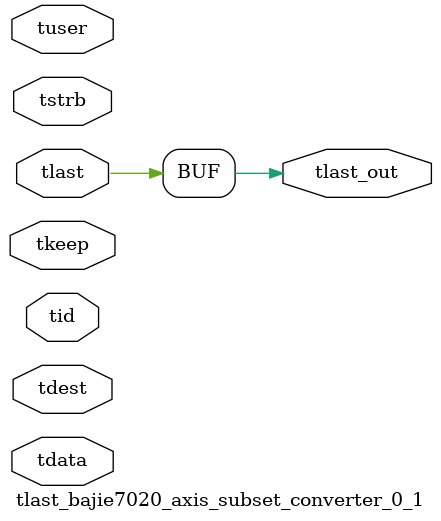
<source format=v>


`timescale 1ps/1ps

module tlast_bajie7020_axis_subset_converter_0_1 #
(
parameter C_S_AXIS_TID_WIDTH   = 1,
parameter C_S_AXIS_TUSER_WIDTH = 0,
parameter C_S_AXIS_TDATA_WIDTH = 0,
parameter C_S_AXIS_TDEST_WIDTH = 0
)
(
input  [(C_S_AXIS_TID_WIDTH   == 0 ? 1 : C_S_AXIS_TID_WIDTH)-1:0       ] tid,
input  [(C_S_AXIS_TDATA_WIDTH == 0 ? 1 : C_S_AXIS_TDATA_WIDTH)-1:0     ] tdata,
input  [(C_S_AXIS_TUSER_WIDTH == 0 ? 1 : C_S_AXIS_TUSER_WIDTH)-1:0     ] tuser,
input  [(C_S_AXIS_TDEST_WIDTH == 0 ? 1 : C_S_AXIS_TDEST_WIDTH)-1:0     ] tdest,
input  [(C_S_AXIS_TDATA_WIDTH/8)-1:0 ] tkeep,
input  [(C_S_AXIS_TDATA_WIDTH/8)-1:0 ] tstrb,
input  [0:0]                                                             tlast,
output                                                                   tlast_out
);

assign tlast_out = {tlast};

endmodule


</source>
